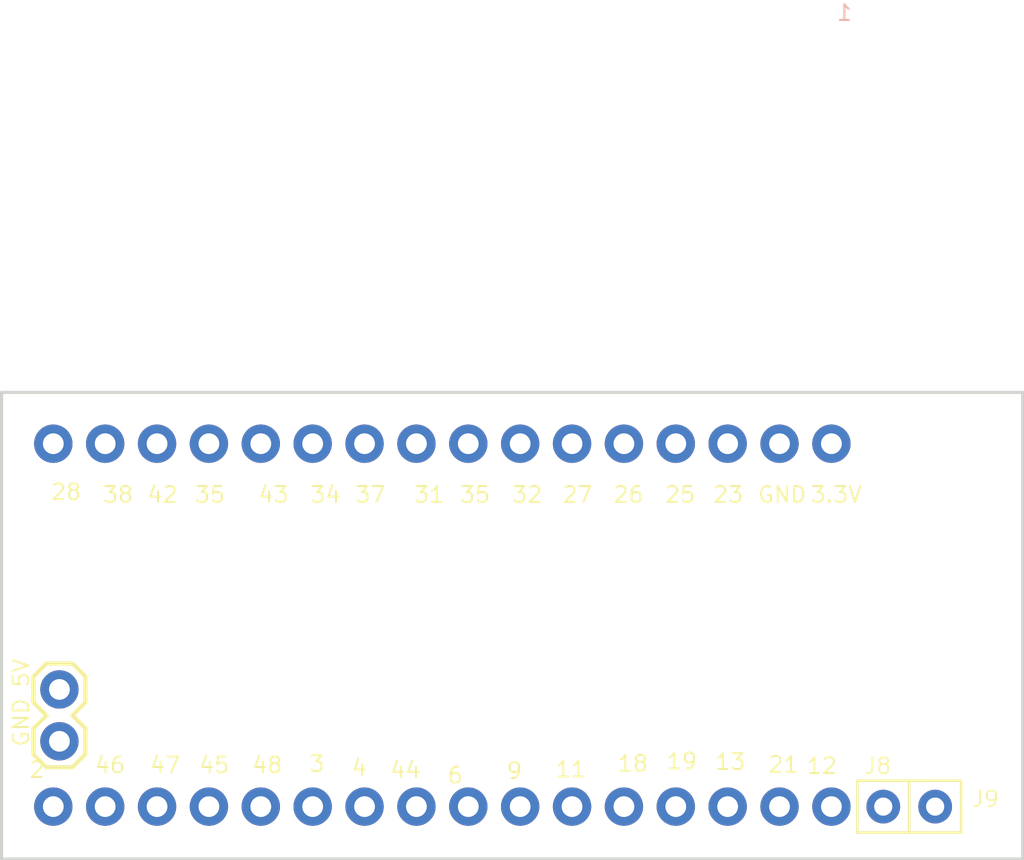
<source format=kicad_pcb>
(kicad_pcb (version 20171130) (host pcbnew 5.1.5-52549c5~84~ubuntu18.04.1)

  (general
    (thickness 1.6)
    (drawings 39)
    (tracks 0)
    (zones 0)
    (modules 5)
    (nets 1)
  )

  (page A4)
  (layers
    (0 Top signal)
    (31 Bottom signal)
    (32 B.Adhes user hide)
    (33 F.Adhes user hide)
    (34 B.Paste user)
    (35 F.Paste user)
    (36 B.SilkS user)
    (37 F.SilkS user)
    (38 B.Mask user)
    (39 F.Mask user)
    (40 Dwgs.User user hide)
    (41 Cmts.User user)
    (42 Eco1.User user hide)
    (43 Eco2.User user hide)
    (44 Edge.Cuts user)
    (45 Margin user hide)
    (46 B.CrtYd user)
    (47 F.CrtYd user)
    (48 B.Fab user hide)
    (49 F.Fab user hide)
  )

  (setup
    (last_trace_width 0.25)
    (trace_clearance 0.1524)
    (zone_clearance 0.508)
    (zone_45_only no)
    (trace_min 0.1524)
    (via_size 0.8)
    (via_drill 0.4)
    (via_min_size 0.4)
    (via_min_drill 0.3)
    (uvia_size 0.3)
    (uvia_drill 0.1)
    (uvias_allowed no)
    (uvia_min_size 0.2)
    (uvia_min_drill 0.1)
    (edge_width 0.05)
    (segment_width 0.2)
    (pcb_text_width 0.3)
    (pcb_text_size 1.5 1.5)
    (mod_edge_width 0.12)
    (mod_text_size 1 1)
    (mod_text_width 0.15)
    (pad_size 1.524 1.524)
    (pad_drill 0.762)
    (pad_to_mask_clearance 0.051)
    (solder_mask_min_width 0.25)
    (aux_axis_origin 0 0)
    (visible_elements FFFFFF7F)
    (pcbplotparams
      (layerselection 0x010fc_ffffffff)
      (usegerberextensions false)
      (usegerberattributes false)
      (usegerberadvancedattributes false)
      (creategerberjobfile false)
      (excludeedgelayer true)
      (linewidth 0.100000)
      (plotframeref false)
      (viasonmask false)
      (mode 1)
      (useauxorigin false)
      (hpglpennumber 1)
      (hpglpenspeed 20)
      (hpglpendiameter 15.000000)
      (psnegative false)
      (psa4output false)
      (plotreference true)
      (plotvalue true)
      (plotinvisibletext false)
      (padsonsilk false)
      (subtractmaskfromsilk false)
      (outputformat 1)
      (mirror false)
      (drillshape 1)
      (scaleselection 1)
      (outputdirectory ""))
  )

  (net 0 "")

  (net_class Default "This is the default net class."
    (clearance 0.1524)
    (trace_width 0.25)
    (via_dia 0.8)
    (via_drill 0.4)
    (uvia_dia 0.3)
    (uvia_drill 0.1)
  )

  (module upduino_v2.1_release:1P-65_35MIL (layer Top) (tedit 0) (tstamp 5DEDCB00)
    (at 168.9033 151.1046)
    (path /5DEDB88B/6CD7438B)
    (fp_text reference J9 (at 1.745 0.083882) (layer F.SilkS)
      (effects (font (size 0.77216 0.77216) (thickness 0.084937)) (justify left bottom))
    )
    (fp_text value 1p-2.54 (at -1.905 2.54) (layer F.Fab)
      (effects (font (size 0.84455 0.84455) (thickness 0.0929)) (justify left bottom))
    )
    (fp_line (start -1.27 -1.27) (end 1.27 -1.27) (layer F.SilkS) (width 0.127))
    (fp_line (start 1.27 -1.27) (end 1.27 1.27) (layer F.SilkS) (width 0.127))
    (fp_line (start 1.27 1.27) (end -1.27 1.27) (layer F.SilkS) (width 0.127))
    (fp_line (start -1.27 1.27) (end -1.27 -1.27) (layer F.SilkS) (width 0.127))
    (fp_poly (pts (xy -1.27 1.27) (xy 1.27 1.27) (xy 1.27 -1.27) (xy -1.27 -1.27)) (layer Dwgs.User) (width 0))
    (pad 1 thru_hole circle (at 0 0) (size 1.651 1.651) (drill 0.889) (layers *.Cu *.Mask)
      (solder_mask_margin 0.0508))
  )

  (module upduino_v2.1_release:1P-65_35MIL (layer Top) (tedit 0) (tstamp 5DEDCAF7)
    (at 166.3633 151.1046)
    (path /5DEDB88B/69FAD939)
    (fp_text reference J8 (at -0.989141 -1.535796) (layer F.SilkS)
      (effects (font (size 0.77216 0.77216) (thickness 0.084937)) (justify left bottom))
    )
    (fp_text value 1p-2.54 (at -1.905 2.54) (layer F.Fab)
      (effects (font (size 0.84455 0.84455) (thickness 0.0929)) (justify left bottom))
    )
    (fp_line (start -1.27 -1.27) (end 1.27 -1.27) (layer F.SilkS) (width 0.127))
    (fp_line (start 1.27 -1.27) (end 1.27 1.27) (layer F.SilkS) (width 0.127))
    (fp_line (start 1.27 1.27) (end -1.27 1.27) (layer F.SilkS) (width 0.127))
    (fp_line (start -1.27 1.27) (end -1.27 -1.27) (layer F.SilkS) (width 0.127))
    (fp_poly (pts (xy -1.27 1.27) (xy 1.27 1.27) (xy 1.27 -1.27) (xy -1.27 -1.27)) (layer Dwgs.User) (width 0))
    (pad 1 thru_hole circle (at 0 0) (size 1.651 1.651) (drill 0.889) (layers *.Cu *.Mask)
      (solder_mask_margin 0.0508))
  )

  (module upduino_v2.1_release:1X02 (layer Top) (tedit 0) (tstamp 5DEDCAE2)
    (at 126.0233 147.9046 90)
    (path /5DEDB88B/86034E9C)
    (fp_text reference J6 (at -1.3462 -1.8288 90) (layer F.SilkS) hide
      (effects (font (size 1.2065 1.2065) (thickness 0.127)) (justify left bottom))
    )
    (fp_text value 77311-801-02LF (at -1.27 3.175 90) (layer F.Fab)
      (effects (font (size 1.2065 1.2065) (thickness 0.09652)) (justify left bottom))
    )
    (fp_line (start -0.635 -1.27) (end 0.635 -1.27) (layer F.SilkS) (width 0.2032))
    (fp_line (start 0.635 -1.27) (end 1.27 -0.635) (layer F.SilkS) (width 0.2032))
    (fp_line (start 1.27 0.635) (end 0.635 1.27) (layer F.SilkS) (width 0.2032))
    (fp_line (start 1.27 -0.635) (end 1.905 -1.27) (layer F.SilkS) (width 0.2032))
    (fp_line (start 1.905 -1.27) (end 3.175 -1.27) (layer F.SilkS) (width 0.2032))
    (fp_line (start 3.175 -1.27) (end 3.81 -0.635) (layer F.SilkS) (width 0.2032))
    (fp_line (start 3.81 0.635) (end 3.175 1.27) (layer F.SilkS) (width 0.2032))
    (fp_line (start 3.175 1.27) (end 1.905 1.27) (layer F.SilkS) (width 0.2032))
    (fp_line (start 1.905 1.27) (end 1.27 0.635) (layer F.SilkS) (width 0.2032))
    (fp_line (start -1.27 -0.635) (end -1.27 0.635) (layer F.SilkS) (width 0.2032))
    (fp_line (start -0.635 -1.27) (end -1.27 -0.635) (layer F.SilkS) (width 0.2032))
    (fp_line (start -1.27 0.635) (end -0.635 1.27) (layer F.SilkS) (width 0.2032))
    (fp_line (start 0.635 1.27) (end -0.635 1.27) (layer F.SilkS) (width 0.2032))
    (fp_line (start 3.81 -0.635) (end 3.81 0.635) (layer F.SilkS) (width 0.2032))
    (fp_poly (pts (xy 2.286 0.254) (xy 2.794 0.254) (xy 2.794 -0.254) (xy 2.286 -0.254)) (layer F.Fab) (width 0))
    (fp_poly (pts (xy -0.254 0.254) (xy 0.254 0.254) (xy 0.254 -0.254) (xy -0.254 -0.254)) (layer F.Fab) (width 0))
    (pad 1 thru_hole circle (at 0 0 180) (size 1.8796 1.8796) (drill 1.016) (layers *.Cu *.Mask)
      (solder_mask_margin 0.0508))
    (pad 2 thru_hole circle (at 2.54 0 180) (size 1.8796 1.8796) (drill 1.016) (layers *.Cu *.Mask)
      (solder_mask_margin 0.0508))
  )

  (module upduino_v2.1_release:1X16_NO_SILK (layer Top) (tedit 0) (tstamp 5DEDCABF)
    (at 163.8233 151.1046 180)
    (path /5DEDB88B/7F37E81D)
    (fp_text reference JP6 (at -1.3462 -1.8288 180) (layer F.SilkS) hide
      (effects (font (size 1.2065 1.2065) (thickness 0.127)) (justify right top))
    )
    (fp_text value M161X16_NO_SILK (at -1.27 3.175) (layer F.Fab)
      (effects (font (size 1.2065 1.2065) (thickness 0.09652)) (justify left bottom))
    )
    (fp_poly (pts (xy 14.986 0.254) (xy 15.494 0.254) (xy 15.494 -0.254) (xy 14.986 -0.254)) (layer F.Fab) (width 0))
    (fp_poly (pts (xy 12.446 0.254) (xy 12.954 0.254) (xy 12.954 -0.254) (xy 12.446 -0.254)) (layer F.Fab) (width 0))
    (fp_poly (pts (xy 9.906 0.254) (xy 10.414 0.254) (xy 10.414 -0.254) (xy 9.906 -0.254)) (layer F.Fab) (width 0))
    (fp_poly (pts (xy 7.366 0.254) (xy 7.874 0.254) (xy 7.874 -0.254) (xy 7.366 -0.254)) (layer F.Fab) (width 0))
    (fp_poly (pts (xy 4.826 0.254) (xy 5.334 0.254) (xy 5.334 -0.254) (xy 4.826 -0.254)) (layer F.Fab) (width 0))
    (fp_poly (pts (xy 2.286 0.254) (xy 2.794 0.254) (xy 2.794 -0.254) (xy 2.286 -0.254)) (layer F.Fab) (width 0))
    (fp_poly (pts (xy -0.254 0.254) (xy 0.254 0.254) (xy 0.254 -0.254) (xy -0.254 -0.254)) (layer F.Fab) (width 0))
    (fp_poly (pts (xy 32.766 0.254) (xy 33.274 0.254) (xy 33.274 -0.254) (xy 32.766 -0.254)) (layer F.Fab) (width 0))
    (fp_poly (pts (xy 30.226 0.254) (xy 30.734 0.254) (xy 30.734 -0.254) (xy 30.226 -0.254)) (layer F.Fab) (width 0))
    (fp_poly (pts (xy 27.686 0.254) (xy 28.194 0.254) (xy 28.194 -0.254) (xy 27.686 -0.254)) (layer F.Fab) (width 0))
    (fp_poly (pts (xy 25.146 0.254) (xy 25.654 0.254) (xy 25.654 -0.254) (xy 25.146 -0.254)) (layer F.Fab) (width 0))
    (fp_poly (pts (xy 22.606 0.254) (xy 23.114 0.254) (xy 23.114 -0.254) (xy 22.606 -0.254)) (layer F.Fab) (width 0))
    (fp_poly (pts (xy 20.066 0.254) (xy 20.574 0.254) (xy 20.574 -0.254) (xy 20.066 -0.254)) (layer F.Fab) (width 0))
    (fp_poly (pts (xy 17.526 0.254) (xy 18.034 0.254) (xy 18.034 -0.254) (xy 17.526 -0.254)) (layer F.Fab) (width 0))
    (fp_poly (pts (xy 35.306 0.254) (xy 35.814 0.254) (xy 35.814 -0.254) (xy 35.306 -0.254)) (layer F.Fab) (width 0))
    (fp_poly (pts (xy 37.846 0.254) (xy 38.354 0.254) (xy 38.354 -0.254) (xy 37.846 -0.254)) (layer F.Fab) (width 0))
    (pad 1 thru_hole circle (at 0 0 270) (size 1.8796 1.8796) (drill 1.016) (layers *.Cu *.Mask)
      (solder_mask_margin 0.0508))
    (pad 2 thru_hole circle (at 2.54 0 270) (size 1.8796 1.8796) (drill 1.016) (layers *.Cu *.Mask)
      (solder_mask_margin 0.0508))
    (pad 3 thru_hole circle (at 5.08 0 270) (size 1.8796 1.8796) (drill 1.016) (layers *.Cu *.Mask)
      (solder_mask_margin 0.0508))
    (pad 4 thru_hole circle (at 7.62 0 270) (size 1.8796 1.8796) (drill 1.016) (layers *.Cu *.Mask)
      (solder_mask_margin 0.0508))
    (pad 5 thru_hole circle (at 10.16 0 270) (size 1.8796 1.8796) (drill 1.016) (layers *.Cu *.Mask)
      (solder_mask_margin 0.0508))
    (pad 6 thru_hole circle (at 12.7 0 270) (size 1.8796 1.8796) (drill 1.016) (layers *.Cu *.Mask)
      (solder_mask_margin 0.0508))
    (pad 7 thru_hole circle (at 15.24 0 270) (size 1.8796 1.8796) (drill 1.016) (layers *.Cu *.Mask)
      (solder_mask_margin 0.0508))
    (pad 8 thru_hole circle (at 17.78 0 270) (size 1.8796 1.8796) (drill 1.016) (layers *.Cu *.Mask)
      (solder_mask_margin 0.0508))
    (pad 9 thru_hole circle (at 20.32 0 270) (size 1.8796 1.8796) (drill 1.016) (layers *.Cu *.Mask)
      (solder_mask_margin 0.0508))
    (pad 10 thru_hole circle (at 22.86 0 270) (size 1.8796 1.8796) (drill 1.016) (layers *.Cu *.Mask)
      (solder_mask_margin 0.0508))
    (pad 11 thru_hole circle (at 25.4 0 270) (size 1.8796 1.8796) (drill 1.016) (layers *.Cu *.Mask)
      (solder_mask_margin 0.0508))
    (pad 12 thru_hole circle (at 27.94 0 270) (size 1.8796 1.8796) (drill 1.016) (layers *.Cu *.Mask)
      (solder_mask_margin 0.0508))
    (pad 13 thru_hole circle (at 30.48 0 270) (size 1.8796 1.8796) (drill 1.016) (layers *.Cu *.Mask)
      (solder_mask_margin 0.0508))
    (pad 14 thru_hole circle (at 33.02 0 270) (size 1.8796 1.8796) (drill 1.016) (layers *.Cu *.Mask)
      (solder_mask_margin 0.0508))
    (pad 15 thru_hole circle (at 35.56 0 270) (size 1.8796 1.8796) (drill 1.016) (layers *.Cu *.Mask)
      (solder_mask_margin 0.0508))
    (pad 16 thru_hole circle (at 38.1 0 270) (size 1.8796 1.8796) (drill 1.016) (layers *.Cu *.Mask)
      (solder_mask_margin 0.0508))
  )

  (module upduino_v2.1_release:1X16_NO_SILK (layer Top) (tedit 0) (tstamp 5DEDCA9C)
    (at 163.8233 133.3246 180)
    (path /5DEDB88B/6716FC81)
    (fp_text reference JP5 (at -1.3462 -1.8288 180) (layer F.SilkS) hide
      (effects (font (size 1.2065 1.2065) (thickness 0.127)) (justify right top))
    )
    (fp_text value M161X16_NO_SILK (at -1.27 3.175 180) (layer F.Fab) hide
      (effects (font (size 1.2065 1.2065) (thickness 0.1016)) (justify right top))
    )
    (fp_poly (pts (xy 14.986 0.254) (xy 15.494 0.254) (xy 15.494 -0.254) (xy 14.986 -0.254)) (layer F.Fab) (width 0))
    (fp_poly (pts (xy 12.446 0.254) (xy 12.954 0.254) (xy 12.954 -0.254) (xy 12.446 -0.254)) (layer F.Fab) (width 0))
    (fp_poly (pts (xy 9.906 0.254) (xy 10.414 0.254) (xy 10.414 -0.254) (xy 9.906 -0.254)) (layer F.Fab) (width 0))
    (fp_poly (pts (xy 7.366 0.254) (xy 7.874 0.254) (xy 7.874 -0.254) (xy 7.366 -0.254)) (layer F.Fab) (width 0))
    (fp_poly (pts (xy 4.826 0.254) (xy 5.334 0.254) (xy 5.334 -0.254) (xy 4.826 -0.254)) (layer F.Fab) (width 0))
    (fp_poly (pts (xy 2.286 0.254) (xy 2.794 0.254) (xy 2.794 -0.254) (xy 2.286 -0.254)) (layer F.Fab) (width 0))
    (fp_poly (pts (xy -0.254 0.254) (xy 0.254 0.254) (xy 0.254 -0.254) (xy -0.254 -0.254)) (layer F.Fab) (width 0))
    (fp_poly (pts (xy 32.766 0.254) (xy 33.274 0.254) (xy 33.274 -0.254) (xy 32.766 -0.254)) (layer F.Fab) (width 0))
    (fp_poly (pts (xy 30.226 0.254) (xy 30.734 0.254) (xy 30.734 -0.254) (xy 30.226 -0.254)) (layer F.Fab) (width 0))
    (fp_poly (pts (xy 27.686 0.254) (xy 28.194 0.254) (xy 28.194 -0.254) (xy 27.686 -0.254)) (layer F.Fab) (width 0))
    (fp_poly (pts (xy 25.146 0.254) (xy 25.654 0.254) (xy 25.654 -0.254) (xy 25.146 -0.254)) (layer F.Fab) (width 0))
    (fp_poly (pts (xy 22.606 0.254) (xy 23.114 0.254) (xy 23.114 -0.254) (xy 22.606 -0.254)) (layer F.Fab) (width 0))
    (fp_poly (pts (xy 20.066 0.254) (xy 20.574 0.254) (xy 20.574 -0.254) (xy 20.066 -0.254)) (layer F.Fab) (width 0))
    (fp_poly (pts (xy 17.526 0.254) (xy 18.034 0.254) (xy 18.034 -0.254) (xy 17.526 -0.254)) (layer F.Fab) (width 0))
    (fp_poly (pts (xy 35.306 0.254) (xy 35.814 0.254) (xy 35.814 -0.254) (xy 35.306 -0.254)) (layer F.Fab) (width 0))
    (fp_poly (pts (xy 37.846 0.254) (xy 38.354 0.254) (xy 38.354 -0.254) (xy 37.846 -0.254)) (layer F.Fab) (width 0))
    (pad 1 thru_hole circle (at 0 0 270) (size 1.8796 1.8796) (drill 1.016) (layers *.Cu *.Mask)
      (solder_mask_margin 0.0508))
    (pad 2 thru_hole circle (at 2.54 0 270) (size 1.8796 1.8796) (drill 1.016) (layers *.Cu *.Mask)
      (solder_mask_margin 0.0508))
    (pad 3 thru_hole circle (at 5.08 0 270) (size 1.8796 1.8796) (drill 1.016) (layers *.Cu *.Mask)
      (solder_mask_margin 0.0508))
    (pad 4 thru_hole circle (at 7.62 0 270) (size 1.8796 1.8796) (drill 1.016) (layers *.Cu *.Mask)
      (solder_mask_margin 0.0508))
    (pad 5 thru_hole circle (at 10.16 0 270) (size 1.8796 1.8796) (drill 1.016) (layers *.Cu *.Mask)
      (solder_mask_margin 0.0508))
    (pad 6 thru_hole circle (at 12.7 0 270) (size 1.8796 1.8796) (drill 1.016) (layers *.Cu *.Mask)
      (solder_mask_margin 0.0508))
    (pad 7 thru_hole circle (at 15.24 0 270) (size 1.8796 1.8796) (drill 1.016) (layers *.Cu *.Mask)
      (solder_mask_margin 0.0508))
    (pad 8 thru_hole circle (at 17.78 0 270) (size 1.8796 1.8796) (drill 1.016) (layers *.Cu *.Mask)
      (solder_mask_margin 0.0508))
    (pad 9 thru_hole circle (at 20.32 0 270) (size 1.8796 1.8796) (drill 1.016) (layers *.Cu *.Mask)
      (solder_mask_margin 0.0508))
    (pad 10 thru_hole circle (at 22.86 0 270) (size 1.8796 1.8796) (drill 1.016) (layers *.Cu *.Mask)
      (solder_mask_margin 0.0508))
    (pad 11 thru_hole circle (at 25.4 0 270) (size 1.8796 1.8796) (drill 1.016) (layers *.Cu *.Mask)
      (solder_mask_margin 0.0508))
    (pad 12 thru_hole circle (at 27.94 0 270) (size 1.8796 1.8796) (drill 1.016) (layers *.Cu *.Mask)
      (solder_mask_margin 0.0508))
    (pad 13 thru_hole circle (at 30.48 0 270) (size 1.8796 1.8796) (drill 1.016) (layers *.Cu *.Mask)
      (solder_mask_margin 0.0508))
    (pad 14 thru_hole circle (at 33.02 0 270) (size 1.8796 1.8796) (drill 1.016) (layers *.Cu *.Mask)
      (solder_mask_margin 0.0508))
    (pad 15 thru_hole circle (at 35.56 0 270) (size 1.8796 1.8796) (drill 1.016) (layers *.Cu *.Mask)
      (solder_mask_margin 0.0508))
    (pad 16 thru_hole circle (at 38.1 0 270) (size 1.8796 1.8796) (drill 1.016) (layers *.Cu *.Mask)
      (solder_mask_margin 0.0508))
  )

  (gr_line (start 173.19 153.67) (end 173.19 130.81) (layer Edge.Cuts) (width 0.1524) (tstamp 5DEDD121))
  (gr_line (start 123.19 130.81) (end 123.19 153.67) (layer Edge.Cuts) (width 0.1524) (tstamp 5DEDD120))
  (gr_line (start 173.19 130.81) (end 123.19 130.81) (layer Edge.Cuts) (width 0.1524) (tstamp 5DEDD11F))
  (gr_line (start 123.19 153.67) (end 173.19 153.67) (layer Edge.Cuts) (width 0.1524) (tstamp 5DEDD11E))
  (gr_text GND (at 124.6011 148.2236 90) (layer F.SilkS) (tstamp 5DEDD0AC)
    (effects (font (size 0.77216 0.77216) (thickness 0.097536)) (justify left bottom))
  )
  (gr_text 5V (at 124.6011 145.3236 90) (layer F.SilkS) (tstamp 5DEDD0AB)
    (effects (font (size 0.77216 0.77216) (thickness 0.097536)) (justify left bottom))
  )
  (gr_text 12 (at 162.56 149.5636) (layer F.SilkS) (tstamp 5DEDD0AA)
    (effects (font (size 0.77216 0.77216) (thickness 0.097536)) (justify left bottom))
  )
  (gr_text 21 (at 160.6711 149.4936) (layer F.SilkS) (tstamp 5DEDD0A9)
    (effects (font (size 0.77216 0.77216) (thickness 0.097536)) (justify left bottom))
  )
  (gr_text 13 (at 158.0711 149.3636) (layer F.SilkS) (tstamp 5DEDD0A8)
    (effects (font (size 0.77216 0.77216) (thickness 0.097536)) (justify left bottom))
  )
  (gr_text 19 (at 155.7011 149.3336) (layer F.SilkS) (tstamp 5DEDD0A7)
    (effects (font (size 0.77216 0.77216) (thickness 0.097536)) (justify left bottom))
  )
  (gr_text 18 (at 153.3011 149.4436) (layer F.SilkS) (tstamp 5DEDD0A6)
    (effects (font (size 0.77216 0.77216) (thickness 0.097536)) (justify left bottom))
  )
  (gr_text 11 (at 150.266178 149.725982) (layer F.SilkS) (tstamp 5DEDD0A5)
    (effects (font (size 0.77216 0.77216) (thickness 0.097536)) (justify left bottom))
  )
  (gr_text 44 (at 142.1611 149.7536) (layer F.SilkS) (tstamp 5DEDD0A4)
    (effects (font (size 0.77216 0.77216) (thickness 0.097536)) (justify left bottom))
  )
  (gr_text 9 (at 147.8711 149.8036) (layer F.SilkS) (tstamp 5DEDD0A3)
    (effects (font (size 0.77216 0.77216) (thickness 0.097536)) (justify left bottom))
  )
  (gr_text 6 (at 144.9711 150.0236) (layer F.SilkS) (tstamp 5DEDD0A2)
    (effects (font (size 0.77216 0.77216) (thickness 0.097536)) (justify left bottom))
  )
  (gr_text 4 (at 140.2711 149.6436) (layer F.SilkS) (tstamp 5DEDD0A1)
    (effects (font (size 0.77216 0.77216) (thickness 0.097536)) (justify left bottom))
  )
  (gr_text 3 (at 138.2011 149.4636) (layer F.SilkS) (tstamp 5DEDD0A0)
    (effects (font (size 0.77216 0.77216) (thickness 0.097536)) (justify left bottom))
  )
  (gr_text 48 (at 135.4011 149.5236) (layer F.SilkS) (tstamp 5DEDD09F)
    (effects (font (size 0.77216 0.77216) (thickness 0.097536)) (justify left bottom))
  )
  (gr_text 45 (at 132.8011 149.5236) (layer F.SilkS) (tstamp 5DEDD09E)
    (effects (font (size 0.77216 0.77216) (thickness 0.097536)) (justify left bottom))
  )
  (gr_text 46 (at 127.7011 149.5236) (layer F.SilkS) (tstamp 5DEDD09D)
    (effects (font (size 0.77216 0.77216) (thickness 0.097536)) (justify left bottom))
  )
  (gr_text 47 (at 130.4011 149.5236) (layer F.SilkS) (tstamp 5DEDD09C)
    (effects (font (size 0.77216 0.77216) (thickness 0.097536)) (justify left bottom))
  )
  (gr_text 2 (at 124.4911 149.7536) (layer F.SilkS) (tstamp 5DEDD09B)
    (effects (font (size 0.77216 0.77216) (thickness 0.097536)) (justify left bottom))
  )
  (gr_text 3.3V (at 162.747081 136.271) (layer F.SilkS) (tstamp 5DEDCBAC)
    (effects (font (size 0.77216 0.77216) (thickness 0.097536)) (justify left bottom))
  )
  (gr_text 28 (at 125.5522 136.143482) (layer F.SilkS) (tstamp 5DEDCBAB)
    (effects (font (size 0.77216 0.77216) (thickness 0.097536)) (justify left bottom))
  )
  (gr_text 38 (at 128.0922 136.271) (layer F.SilkS) (tstamp 5DEDCBAA)
    (effects (font (size 0.77216 0.77216) (thickness 0.097536)) (justify left bottom))
  )
  (gr_text 42 (at 130.2731 136.271) (layer F.SilkS) (tstamp 5DEDCBA9)
    (effects (font (size 0.77216 0.77216) (thickness 0.097536)) (justify left bottom))
  )
  (gr_text 35 (at 132.595581 136.271) (layer F.SilkS) (tstamp 5DEDCBA8)
    (effects (font (size 0.77216 0.77216) (thickness 0.097536)) (justify left bottom))
  )
  (gr_text 43 (at 135.7122 136.271) (layer F.SilkS) (tstamp 5DEDCBA7)
    (effects (font (size 0.77216 0.77216) (thickness 0.097536)) (justify left bottom))
  )
  (gr_text 34 (at 138.2522 136.271) (layer F.SilkS) (tstamp 5DEDCBA6)
    (effects (font (size 0.77216 0.77216) (thickness 0.097536)) (justify left bottom))
  )
  (gr_text 37 (at 140.451881 136.271) (layer F.SilkS) (tstamp 5DEDCBA5)
    (effects (font (size 0.77216 0.77216) (thickness 0.097536)) (justify left bottom))
  )
  (gr_text 31 (at 143.3322 136.271) (layer F.SilkS) (tstamp 5DEDCBA4)
    (effects (font (size 0.77216 0.77216) (thickness 0.097536)) (justify left bottom))
  )
  (gr_text 35 (at 145.573937 136.271) (layer F.SilkS) (tstamp 5DEDCBA3)
    (effects (font (size 0.77216 0.77216) (thickness 0.097536)) (justify left bottom))
  )
  (gr_text 32 (at 148.129437 136.271) (layer F.SilkS) (tstamp 5DEDCBA2)
    (effects (font (size 0.77216 0.77216) (thickness 0.097536)) (justify left bottom))
  )
  (gr_text 27 (at 150.588559 136.271) (layer F.SilkS) (tstamp 5DEDCBA1)
    (effects (font (size 0.77216 0.77216) (thickness 0.097536)) (justify left bottom))
  )
  (gr_text 26 (at 153.08694 136.271) (layer F.SilkS) (tstamp 5DEDCBA0)
    (effects (font (size 0.77216 0.77216) (thickness 0.097536)) (justify left bottom))
  )
  (gr_text 25 (at 155.615359 136.271) (layer F.SilkS) (tstamp 5DEDCB9F)
    (effects (font (size 0.77216 0.77216) (thickness 0.097536)) (justify left bottom))
  )
  (gr_text 23 (at 157.9655 136.271) (layer F.SilkS) (tstamp 5DEDCB9E)
    (effects (font (size 0.77216 0.77216) (thickness 0.097536)) (justify left bottom))
  )
  (gr_text GND (at 160.173278 136.271) (layer F.SilkS) (tstamp 5DEDCB9D)
    (effects (font (size 0.77216 0.77216) (thickness 0.097536)) (justify left bottom))
  )
  (gr_text 1 (at 164.458721 112.209322) (layer B.SilkS) (tstamp 6433ABE0)
    (effects (font (size 0.77216 0.77216) (thickness 0.097536)) (justify mirror))
  )

)

</source>
